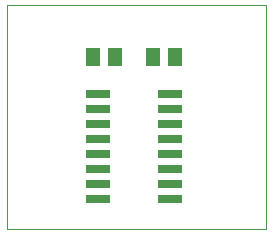
<source format=gtp>
G75*
%MOIN*%
%OFA0B0*%
%FSLAX24Y24*%
%IPPOS*%
%LPD*%
%AMOC8*
5,1,8,0,0,1.08239X$1,22.5*
%
%ADD10C,0.0000*%
%ADD11R,0.0800X0.0260*%
%ADD12R,0.0512X0.0591*%
D10*
X000100Y000100D02*
X000100Y007580D01*
X008761Y007580D01*
X008761Y000100D01*
X000100Y000100D01*
D11*
X003140Y001100D03*
X003140Y001600D03*
X003140Y002100D03*
X003140Y002600D03*
X003140Y003100D03*
X003140Y003600D03*
X003140Y004100D03*
X003140Y004600D03*
X005560Y004600D03*
X005560Y004100D03*
X005560Y003600D03*
X005560Y003100D03*
X005560Y002600D03*
X005560Y002100D03*
X005560Y001600D03*
X005560Y001100D03*
D12*
X005724Y005850D03*
X004976Y005850D03*
X003724Y005850D03*
X002976Y005850D03*
M02*

</source>
